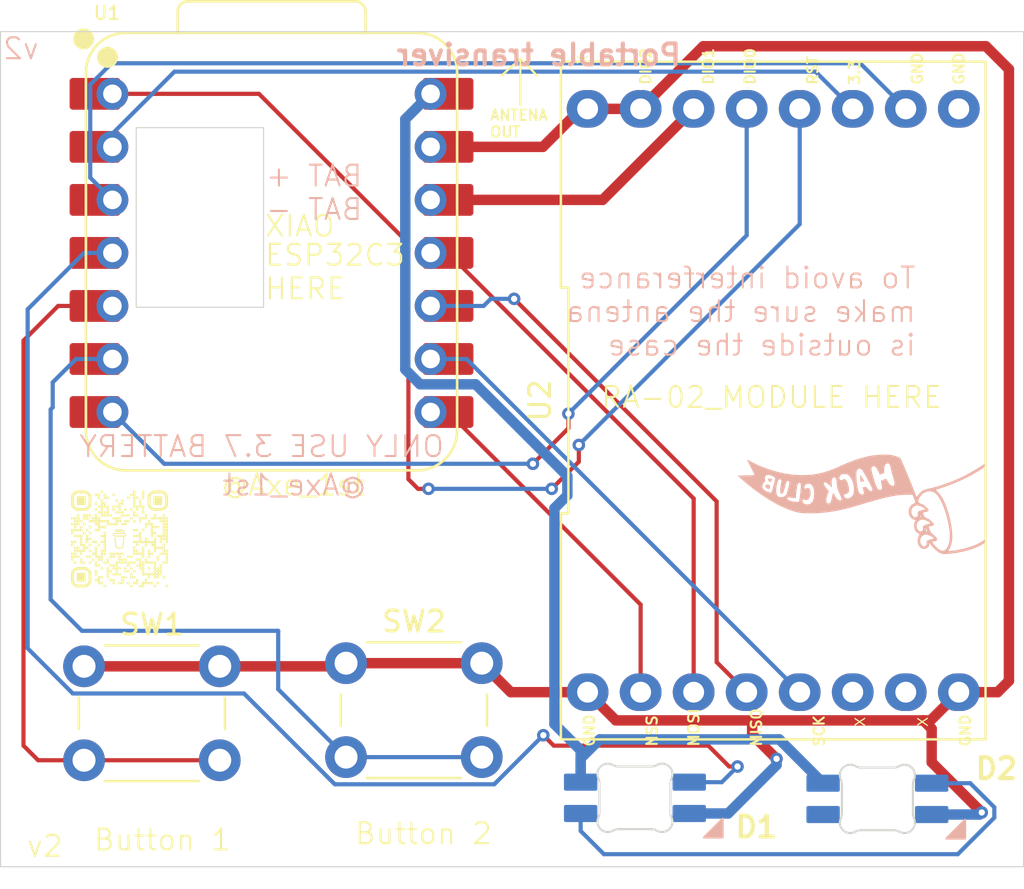
<source format=kicad_pcb>
(kicad_pcb (version 20241229) (generator "pcbnew") (generator_version "9.0")
  (layers (0 "F.Cu" signal) (2 "B.Cu" signal) (13 "F.Paste" user) (15 "B.Paste" user) (5 "F.SilkS" user "F.Silkscreen") (7 "B.SilkS" user "B.Silkscreen") (1 "F.Mask" user) (3 "B.Mask" user) (25 "Edge.Cuts" user))
  (net 0 "")
  (net 1 "GPIO5LED")
  (net 2 "GND")
  (net 3 "Net-(D1-DOUT)")
  (net 4 "+5V")
  (net 6 "PIN5")
  (net 7 "PIN6")
  (net 8 "MOSI")
  (net 9 "GPIO4")
  (net 10 "GPIO3")
  (net 11 "RX")
  (net 12 "MISO")
  (net 13 "SCK")
  (net 14 "GPIO7")
  (net 15 "GPIO2")
  (net 16 "VCC")
  (footprint "footprints:SK6812MINI-E_fixed" (layer "F.Cu") (at 164.087499 108.502842)
    (property "Reference" "D1" (at 5.812501 1.297158 0) (layer "F.SilkS") (effects (font (thickness 0.2) (bold yes))))
    (property "Value" "SK6812MINI-E")
    (fp_line (start -1.699998 0.6) (end -1.699998 -0.805684) (stroke (width 0.1)) (layer "Edge.Cuts"))
    (fp_line (start -0.794451 -1.602841) (end 0.794454 -1.602841) (stroke (width 0.1)) (layer "Edge.Cuts"))
    (fp_line (start 0.794453 1.397158) (end -0.794451 1.397158) (stroke (width 0.1)) (layer "Edge.Cuts"))
    (fp_line (start 1.7 -0.805684) (end 1.7 0.6) (stroke (width 0.1)) (layer "Edge.Cuts"))
    (fp_arc (start -1.749483 -1.022562) (mid -1.712526 -0.91691) (end -1.699998 -0.805684) (stroke (width 0.1)) (layer "Edge.Cuts"))
    (fp_arc (start -1.749483 -1.022562) (mid -1.63807 -1.606877) (end -1.04671 -1.671141) (stroke (width 0.1)) (layer "Edge.Cuts"))
    (fp_arc (start -1.699998 0.600001) (mid -1.712526 0.711226) (end -1.749483 0.816878) (stroke (width 0.1)) (layer "Edge.Cuts"))
    (fp_arc (start -1.04671 1.465455) (mid -1.638069 1.401192) (end -1.749483 0.816878) (stroke (width 0.1)) (layer "Edge.Cuts"))
    (fp_arc (start -1.046709 1.465457) (mid -0.925121 1.414535) (end -0.794451 1.397158) (stroke (width 0.1)) (layer "Edge.Cuts"))
    (fp_arc (start -0.794452 -1.602842) (mid -0.925122 -1.620219) (end -1.04671 -1.671141) (stroke (width 0.1)) (layer "Edge.Cuts"))
    (fp_arc (start 0.794453 1.397158) (mid 0.925124 1.414535) (end 1.046712 1.465457) (stroke (width 0.1)) (layer "Edge.Cuts"))
    (fp_arc (start 1.046712 -1.67114) (mid 0.925124 -1.620218) (end 0.794454 -1.602841) (stroke (width 0.1)) (layer "Edge.Cuts"))
    (fp_arc (start 1.046712 -1.67114) (mid 1.638072 -1.606876) (end 1.749485 -1.022562) (stroke (width 0.1)) (layer "Edge.Cuts"))
    (fp_arc (start 1.7 -0.805685) (mid 1.712528 -0.91691) (end 1.749485 -1.022562) (stroke (width 0.1)) (layer "Edge.Cuts"))
    (fp_arc (start 1.749485 0.816877) (mid 1.638073 1.401193) (end 1.046712 1.465457) (stroke (width 0.1)) (layer "Edge.Cuts"))
    (fp_arc (start 1.749485 0.816878) (mid 1.712528 0.711226) (end 1.7 0.6) (stroke (width 0.1)) (layer "Edge.Cuts"))
    (pad "1" smd roundrect (at -2.599999 -0.852842 270) (size 0.82 1.6) (layers "B.Cu" "B.Mask" "B.Paste") (roundrect_rratio 0.1) (net 4 "+5V"))
    (pad "2" smd roundrect (at -2.599999 0.647158 270) (size 0.82 1.6) (layers "B.Cu" "B.Mask" "B.Paste") (roundrect_rratio 0.1) (net 3 "Net-(D1-DOUT)"))
    (pad "3" smd roundrect (at 2.600001 0.647158 270) (size 0.82 1.6) (layers "B.Cu" "B.Mask" "B.Paste") (roundrect_rratio 0.1) (net 2 "GND"))
    (pad "4" smd roundrect (at 2.600001 -0.852842 270) (size 0.82 1.6) (layers "B.Cu" "B.Mask" "B.Paste") (roundrect_rratio 0.1) (net 1 "GPIO5LED"))
  )
  (footprint "Ra-02_Manual_DIP:DIP-16_1100_ELLfixed" (layer "F.Cu") (at 170.71 89.37)
    (property "Reference" "U2" (at -11.17 0 90) (layer "F.SilkS"))
    (property "Value" "~")
    (pad "1" thru_hole oval (at -8.89 -13.97) (size 2 1.8) (drill 1) (layers "*.Cu" "*.Mask") (net 2 "GND"))
    (pad "2" thru_hole oval (at -6.35 -13.97) (size 2 1.8) (drill 1) (layers "*.Cu" "*.Mask") (net 2 "GND"))
    (pad "3" thru_hole oval (at -3.81 -13.97) (size 2 1.8) (drill 1) (layers "*.Cu" "*.Mask") (net 16 "VCC"))
    (pad "4" thru_hole oval (at -1.27 -13.97) (size 2 1.8) (drill 1) (layers "*.Cu" "*.Mask") (net 14 "GPIO7"))
    (pad "5" thru_hole oval (at 1.27 -13.97) (size 2 1.8) (drill 1) (layers "*.Cu" "*.Mask") (net 15 "GPIO2"))
    (pad "6" thru_hole oval (at 3.81 -13.97) (size 2 1.8) (drill 1) (layers "*.Cu" "*.Mask") (net 10 "GPIO3"))
    (pad "7" thru_hole oval (at 6.35 -13.97) (size 2 1.8) (drill 1) (layers "*.Cu" "*.Mask") (net 9 "GPIO4"))
    (pad "8" thru_hole oval (at 8.89 -13.97) (size 2 1.8) (drill 1) (layers "*.Cu" "*.Mask"))
    (pad "9" thru_hole oval (at -8.89 13.97) (size 2 1.8) (drill 1) (layers "*.Cu" "*.Mask") (net 2 "GND"))
    (pad "10" thru_hole oval (at -6.35 13.97) (size 2 1.8) (drill 1) (layers "*.Cu" "*.Mask") (net 11 "RX"))
    (pad "11" thru_hole oval (at -3.81 13.97) (size 2 1.8) (drill 1) (layers "*.Cu" "*.Mask") (net 8 "MOSI"))
    (pad "12" thru_hole oval (at -1.27 13.97) (size 2 1.8) (drill 1) (layers "*.Cu" "*.Mask") (net 12 "MISO"))
    (pad "13" thru_hole oval (at 1.27 13.97) (size 2 1.8) (drill 1) (layers "*.Cu" "*.Mask") (net 13 "SCK"))
    (pad "14" thru_hole oval (at 3.81 13.97) (size 2 1.8) (drill 1) (layers "*.Cu" "*.Mask"))
    (pad "15" thru_hole oval (at 6.35 13.97) (size 2 1.8) (drill 1) (layers "*.Cu" "*.Mask"))
    (pad "16" thru_hole oval (at 8.89 13.97) (size 2 1.8) (drill 1) (layers "*.Cu" "*.Mask") (net 2 "GND"))
  )
  (footprint "Button_Switch_THT:SW_PUSH_6mm" (layer "F.Cu") (at 137.7 102.1)
    (property "Reference" "SW1" (at 3.25 -2 0) (layer "F.SilkS"))
    (property "Value" "SW_Push")
    (pad "1" thru_hole circle (at 0 0 90) (size 2 2) (drill 1.1) (layers "*.Cu" "*.Mask") (net 2 "GND"))
    (pad "1" thru_hole circle (at 6.5 0 90) (size 2 2) (drill 1.1) (layers "*.Cu" "*.Mask") (net 2 "GND"))
    (pad "2" thru_hole circle (at 0 4.5 90) (size 2 2) (drill 1.1) (layers "*.Cu" "*.Mask") (net 6 "PIN5"))
    (pad "2" thru_hole circle (at 6.5 4.5 90) (size 2 2) (drill 1.1) (layers "*.Cu" "*.Mask") (net 6 "PIN5"))
  )
  (footprint "Button_Switch_THT:SW_PUSH_6mm" (layer "F.Cu") (at 150.25 101.95)
    (property "Reference" "SW2" (at 3.25 -2 0) (layer "F.SilkS"))
    (property "Value" "SW_Push")
    (pad "1" thru_hole circle (at 0 0 90) (size 2 2) (drill 1.1) (layers "*.Cu" "*.Mask") (net 2 "GND"))
    (pad "1" thru_hole circle (at 6.5 0 90) (size 2 2) (drill 1.1) (layers "*.Cu" "*.Mask") (net 2 "GND"))
    (pad "2" thru_hole circle (at 0 4.5 90) (size 2 2) (drill 1.1) (layers "*.Cu" "*.Mask") (net 7 "PIN6"))
    (pad "2" thru_hole circle (at 6.5 4.5 90) (size 2 2) (drill 1.1) (layers "*.Cu" "*.Mask") (net 7 "PIN6"))
  )
  (footprint "footprints:SK6812MINI-E_fixed" (layer "F.Cu") (at 175.699999 108.552842)
    (property "Reference" "D2" (at 5.700001 -1.552842 0) (layer "F.SilkS") (effects (font (thickness 0.2) (bold yes))))
    (property "Value" "SK6812MINI-E")
    (fp_line (start -1.699998 0.6) (end -1.699998 -0.805684) (stroke (width 0.1)) (layer "Edge.Cuts"))
    (fp_line (start -0.794451 -1.602841) (end 0.794454 -1.602841) (stroke (width 0.1)) (layer "Edge.Cuts"))
    (fp_line (start 0.794453 1.397158) (end -0.794451 1.397158) (stroke (width 0.1)) (layer "Edge.Cuts"))
    (fp_line (start 1.7 -0.805684) (end 1.7 0.6) (stroke (width 0.1)) (layer "Edge.Cuts"))
    (fp_arc (start -1.749483 -1.022562) (mid -1.712526 -0.91691) (end -1.699998 -0.805684) (stroke (width 0.1)) (layer "Edge.Cuts"))
    (fp_arc (start -1.749483 -1.022562) (mid -1.63807 -1.606877) (end -1.04671 -1.671141) (stroke (width 0.1)) (layer "Edge.Cuts"))
    (fp_arc (start -1.699998 0.600001) (mid -1.712526 0.711226) (end -1.749483 0.816878) (stroke (width 0.1)) (layer "Edge.Cuts"))
    (fp_arc (start -1.04671 1.465455) (mid -1.638069 1.401192) (end -1.749483 0.816878) (stroke (width 0.1)) (layer "Edge.Cuts"))
    (fp_arc (start -1.046709 1.465457) (mid -0.925121 1.414535) (end -0.794451 1.397158) (stroke (width 0.1)) (layer "Edge.Cuts"))
    (fp_arc (start -0.794452 -1.602842) (mid -0.925122 -1.620219) (end -1.04671 -1.671141) (stroke (width 0.1)) (layer "Edge.Cuts"))
    (fp_arc (start 0.794453 1.397158) (mid 0.925124 1.414535) (end 1.046712 1.465457) (stroke (width 0.1)) (layer "Edge.Cuts"))
    (fp_arc (start 1.046712 -1.67114) (mid 0.925124 -1.620218) (end 0.794454 -1.602841) (stroke (width 0.1)) (layer "Edge.Cuts"))
    (fp_arc (start 1.046712 -1.67114) (mid 1.638072 -1.606876) (end 1.749485 -1.022562) (stroke (width 0.1)) (layer "Edge.Cuts"))
    (fp_arc (start 1.7 -0.805685) (mid 1.712528 -0.91691) (end 1.749485 -1.022562) (stroke (width 0.1)) (layer "Edge.Cuts"))
    (fp_arc (start 1.749485 0.816877) (mid 1.638073 1.401193) (end 1.046712 1.465457) (stroke (width 0.1)) (layer "Edge.Cuts"))
    (fp_arc (start 1.749485 0.816878) (mid 1.712528 0.711226) (end 1.7 0.6) (stroke (width 0.1)) (layer "Edge.Cuts"))
    (pad "1" smd roundrect (at -2.599999 -0.852842 270) (size 0.82 1.6) (layers "B.Cu" "B.Mask" "B.Paste") (roundrect_rratio 0.1) (net 4 "+5V"))
    (pad "2" smd roundrect (at -2.599999 0.647158 270) (size 0.82 1.6) (layers "B.Cu" "B.Mask" "B.Paste") (roundrect_rratio 0.1))
    (pad "3" smd roundrect (at 2.600001 0.647158 270) (size 0.82 1.6) (layers "B.Cu" "B.Mask" "B.Paste") (roundrect_rratio 0.1) (net 2 "GND"))
    (pad "4" smd roundrect (at 2.600001 -0.852842 270) (size 0.82 1.6) (layers "B.Cu" "B.Mask" "B.Paste") (roundrect_rratio 0.1) (net 3 "Net-(D1-DOUT)"))
  )
  (footprint "Seeed Studio XIAO Series Library:XIAO-ESP32C3-DIP" (layer "F.Cu") (at 146.8 82.3)
    (property "Reference" "U1" (at -8 -11.5 0) (layer "F.SilkS") (effects (font (size 0.635 0.635) (thickness 0.1016))))
    (property "Value" "XIAO-ESP32-C3-DIP")
    (pad "1" smd roundrect (at -8.575 -7.62 180) (size 2.432 1.524) (layers "F.Cu" "F.Mask") (roundrect_rratio 0.1) (net 15 "GPIO2"))
    (pad "1" thru_hole circle (at -7.74 -7.62 180) (size 1.524 1.524) (drill 0.889) (layers "*.Cu" "*.Mask") (net 15 "GPIO2"))
    (pad "2" smd roundrect (at -8.575 -5.08 180) (size 2.432 1.524) (layers "F.Cu" "F.Mask") (roundrect_rratio 0.1) (net 10 "GPIO3"))
    (pad "2" thru_hole circle (at -7.74 -5.08 180) (size 1.524 1.524) (drill 0.889) (layers "*.Cu" "*.Mask") (net 10 "GPIO3"))
    (pad "3" smd roundrect (at -8.575 -2.54 180) (size 2.432 1.524) (layers "F.Cu" "F.Mask") (roundrect_rratio 0.1) (net 9 "GPIO4"))
    (pad "3" thru_hole circle (at -7.74 -2.54 180) (size 1.524 1.524) (drill 0.889) (layers "*.Cu" "*.Mask") (net 9 "GPIO4"))
    (pad "4" smd roundrect (at -8.575 0 180) (size 2.432 1.524) (layers "F.Cu" "F.Mask") (roundrect_rratio 0.1) (net 1 "GPIO5LED"))
    (pad "4" thru_hole circle (at -7.74 0 180) (size 1.524 1.524) (drill 0.889) (layers "*.Cu" "*.Mask") (net 1 "GPIO5LED"))
    (pad "5" smd roundrect (at -8.575 2.54 180) (size 2.432 1.524) (layers "F.Cu" "F.Mask") (roundrect_rratio 0.1) (net 6 "PIN5"))
    (pad "5" thru_hole circle (at -7.74 2.54 180) (size 1.524 1.524) (drill 0.889) (layers "*.Cu" "*.Mask") (net 6 "PIN5"))
    (pad "6" smd roundrect (at -8.575 5.08 180) (size 2.432 1.524) (layers "F.Cu" "F.Mask") (roundrect_rratio 0.1) (net 7 "PIN6"))
    (pad "6" thru_hole circle (at -7.74 5.08 180) (size 1.524 1.524) (drill 0.889) (layers "*.Cu" "*.Mask") (net 7 "PIN6"))
    (pad "7" smd roundrect (at -8.575 7.62 180) (size 2.432 1.524) (layers "F.Cu" "F.Mask") (roundrect_rratio 0.1) (net 14 "GPIO7"))
    (pad "7" thru_hole circle (at -7.74 7.62 180) (size 1.524 1.524) (drill 0.889) (layers "*.Cu" "*.Mask") (net 14 "GPIO7"))
    (pad "8" thru_hole circle (at 7.5 7.62) (size 1.524 1.524) (drill 0.889) (layers "*.Cu" "*.Mask") (net 11 "RX"))
    (pad "8" smd roundrect (at 8.335 7.62) (size 2.432 1.524) (layers "F.Cu" "F.Mask") (roundrect_rratio 0.1) (net 11 "RX"))
    (pad "9" thru_hole circle (at 7.5 5.08) (size 1.524 1.524) (drill 0.889) (layers "*.Cu" "*.Mask") (net 13 "SCK"))
    (pad "9" smd roundrect (at 8.335 5.08) (size 2.432 1.524) (layers "F.Cu" "F.Mask") (roundrect_rratio 0.1) (net 13 "SCK"))
    (pad "10" thru_hole circle (at 7.5 2.54) (size 1.524 1.524) (drill 0.889) (layers "*.Cu" "*.Mask") (net 12 "MISO"))
    (pad "10" smd roundrect (at 8.335 2.54) (size 2.432 1.524) (layers "F.Cu" "F.Mask") (roundrect_rratio 0.1) (net 12 "MISO"))
    (pad "11" thru_hole circle (at 7.5 0) (size 1.524 1.524) (drill 0.889) (layers "*.Cu" "*.Mask") (net 8 "MOSI"))
    (pad "11" smd roundrect (at 8.335 0) (size 2.432 1.524) (layers "F.Cu" "F.Mask") (roundrect_rratio 0.1) (net 8 "MOSI"))
    (pad "12" thru_hole circle (at 7.5 -2.54) (size 1.524 1.524) (drill 0.889) (layers "*.Cu" "*.Mask") (net 16 "VCC"))
    (pad "12" smd roundrect (at 8.335 -2.54) (size 2.432 1.524) (layers "F.Cu" "F.Mask") (roundrect_rratio 0.1) (net 16 "VCC"))
    (pad "13" thru_hole circle (at 7.5 -5.08) (size 1.524 1.524) (drill 0.889) (layers "*.Cu" "*.Mask") (net 2 "GND"))
    (pad "13" smd roundrect (at 8.335 -5.08) (size 2.432 1.524) (layers "F.Cu" "F.Mask") (roundrect_rratio 0.1) (net 2 "GND"))
    (pad "14" thru_hole circle (at 7.5 -7.62) (size 1.524 1.524) (drill 0.889) (layers "*.Cu" "*.Mask") (net 4 "+5V"))
    (pad "14" smd roundrect (at 8.335 -7.62) (size 2.432 1.524) (layers "F.Cu" "F.Mask") (roundrect_rratio 0.1) (net 4 "+5V"))
  )
  (footprint "LOGO" (layer "F.Cu") (at 139.4 96)
    (property "Reference" "G***" (hide yes))
    (property "Value" "LOGO" (hide yes))
  )
  (footprint "LOGO" (layer "B.Cu") (at 174.91403 94.320285 180)
    (property "Reference" "G***" (hide yes))
    (property "Value" "LOGO" (hide yes))
  )
  (gr_line (start 157.7 73.8) (end 158.6 73) (stroke (width 0.1)) (layer "F.SilkS"))
  (gr_line (start 158.6 73) (end 157.7 73.8) (stroke (width 0.1)) (layer "F.SilkS"))
  (gr_line (start 158.6 73) (end 158.6 75.2) (stroke (width 0.1)) (layer "F.SilkS"))
  (gr_line (start 158.6 75.2) (end 158.6 73) (stroke (width 0.1)) (layer "F.SilkS"))
  (gr_line (start 158.6 73) (end 159.4 73.8) (stroke (width 0.1)) (layer "F.SilkS"))
  (gr_line (start 159.4 73.8) (end 158.6 73) (stroke (width 0.1)) (layer "F.SilkS"))
  (gr_rect (start 140.2 76.3) (end 146.3 84.9) (stroke (width 0.05)) (fill no) (layer "Edge.Cuts"))
  (gr_rect (start 133.7 71.7) (end 182.7 111.7) (stroke (width 0.05)) (fill no) (layer "Edge.Cuts"))
  (gr_text "ESP32C3\nHERE\n" (at 146.3 84.6 0) (layer "F.SilkS") (effects (font (size 1 1) (thickness 0.1)) (justify left bottom)))
  (gr_text "DIO1" (at 167.9 74.3 90) (layer "F.SilkS") (effects (font (size 0.5 0.5) (thickness 0.1)) (justify left bottom)))
  (gr_text "GND\n" (at 179.9 74.3 90) (layer "F.SilkS") (effects (font (size 0.5 0.5) (thickness 0.1)) (justify left bottom)))
  (gr_text "SCK\n" (at 173.2 106 90) (layer "F.SilkS") (effects (font (size 0.5 0.5) (thickness 0.1)) (justify left bottom)))
  (gr_text "MISO\n" (at 170.2 106 90) (layer "F.SilkS") (effects (font (size 0.5 0.5) (thickness 0.1)) (justify left bottom)))
  (gr_text "GND\n" (at 177.9 74.3 90) (layer "F.SilkS") (effects (font (size 0.5 0.5) (thickness 0.1)) (justify left bottom)))
  (gr_text "Button 1\n" (at 138.1 111 0) (layer "F.SilkS") (effects (font (size 1 1) (thickness 0.1)) (justify left bottom)))
  (gr_text "XIAO" (at 146.3 81.6 0) (layer "F.SilkS") (effects (font (size 1 1) (thickness 0.1)) (justify left bottom)))
  (gr_text "MOSI" (at 167.2 106 90) (layer "F.SilkS") (effects (font (size 0.5 0.5) (thickness 0.1)) (justify left bottom)))
  (gr_text "X" (at 175.2 105 90) (layer "F.SilkS") (effects (font (size 0.5 0.5) (thickness 0.1)) (justify left bottom)))
  (gr_text "ANTENA\nOUT" (at 157.1 76.8 0) (layer "F.SilkS") (effects (font (size 0.5 0.5) (thickness 0.1)) (justify left bottom)))
  (gr_text "DIO2\n" (at 164.9 74.3 90) (layer "F.SilkS") (effects (font (size 0.5 0.5) (thickness 0.1)) (justify left bottom)))
  (gr_text "NSS\n" (at 165.2 106 90) (layer "F.SilkS") (effects (font (size 0.5 0.5) (thickness 0.1)) (justify left bottom)))
  (gr_text "@Axe_1st" (at 144.2 94 0) (layer "F.SilkS") (effects (font (size 1 1) (thickness 0.1)) (justify left bottom)))
  (gr_text "RA-02_MODULE HERE" (at 162.4 89.8 0) (layer "F.SilkS") (effects (font (size 1 1) (thickness 0.1)) (justify left bottom)))
  (gr_text "X" (at 161.9 73.3 90) (layer "F.SilkS") (effects (font (size 0.5 0.5) (thickness 0.1)) (justify left bottom)))
  (gr_text "GND" (at 162.2 106 90) (layer "F.SilkS") (effects (font (size 0.5 0.5) (thickness 0.1)) (justify left bottom)))
  (gr_text "Button 2\n" (at 150.6 110.7 0) (layer "F.SilkS") (effects (font (size 1 1) (thickness 0.1)) (justify left bottom)))
  (gr_text "X" (at 178.2 105 90) (layer "F.SilkS") (effects (font (size 0.5 0.5) (thickness 0.1)) (justify left bottom)))
  (gr_text "v2" (at 134.9 111.3 0) (layer "F.SilkS") (effects (font (size 1 1) (thickness 0.1)) (justify left bottom)))
  (gr_text "GND" (at 180.2 106 90) (layer "F.SilkS") (effects (font (size 0.5 0.5) (thickness 0.1)) (justify left bottom)))
  (gr_text "RST" (at 172.9 74.3 90) (layer "F.SilkS") (effects (font (size 0.5 0.5) (thickness 0.1)) (justify left bottom)))
  (gr_text "DIO0" (at 169.9 74.3 90) (layer "F.SilkS") (effects (font (size 0.5 0.5) (thickness 0.1)) (justify left bottom)))
  (gr_text "3.3" (at 174.9 74.3 90) (layer "F.SilkS") (effects (font (size 0.5 0.5) (thickness 0.1)) (justify left bottom)))
  (gr_text "Portable transiver" (at 166.4 73.4 0) (layer "B.SilkS") (effects (font (size 1 1) (thickness 0.2) (bold yes)) (justify left bottom mirror)))
  (gr_text "ONLY USE 3.7 BATTERY" (at 155.012038 92.156038 0) (layer "B.SilkS") (effects (font (size 1 1) (thickness 0.1)) (justify left bottom mirror)))
  (gr_text "v2" (at 135.6 73.1 -0) (layer "B.SilkS") (effects (font (size 1 1) (thickness 0.1)) (justify left bottom mirror)))
  (gr_text "BAT +" (at 151.1 79.2 0) (layer "B.SilkS") (effects (font (size 1 1) (thickness 0.1)) (justify left bottom mirror)))
  (gr_text "To avoid interferance\nmake sure the antena\nis outside the case" (at 177.6 87.3 0) (layer "B.SilkS") (effects (font (size 1 1) (thickness 0.1)) (justify left bottom mirror)))
  (gr_text "@Axe_1st" (at 151.3 94 -0) (layer "B.SilkS") (effects (font (size 1 1) (thickness 0.1)) (justify left bottom mirror)))
  (gr_text "BAT -		" (at 151.1 80.8 0) (layer "B.SilkS") (effects (font (size 1 1) (thickness 0.1)) (justify left bottom mirror)))
  (segment (start 167.6 105.9) (end 160.2 105.9) (width 0.2) (layer "F.Cu") (net 1))
  (segment (start 169 106.9) (end 168.6 106.9) (width 0.2) (layer "F.Cu") (net 1))
  (segment (start 160.2 105.9) (end 159.7 105.4) (width 0.2) (layer "F.Cu") (net 1))
  (segment (start 168.6 106.9) (end 167.6 105.9) (width 0.2) (layer "F.Cu") (net 1))
  (via (at 159.7 105.4) (size 0.6) (drill 0.3) (layers "F.Cu" "B.Cu") (net 1))
  (via (at 169 106.9) (size 0.6) (drill 0.3) (layers "F.Cu" "B.Cu") (net 1))
  (segment (start 159.7 105.4) (end 157.349 107.751) (width 0.2) (layer "B.Cu") (net 1))
  (segment (start 135 101.239892) (end 135 85) (width 0.2) (layer "B.Cu") (net 1))
  (segment (start 137.7 82.3) (end 139.06 82.3) (width 0.2) (layer "B.Cu") (net 1))
  (segment (start 145.361108 103.401) (end 137.161108 103.401) (width 0.2) (layer "B.Cu") (net 1))
  (segment (start 168.25 107.65) (end 169 106.9) (width 0.2) (layer "B.Cu") (net 1))
  (segment (start 137.161108 103.401) (end 135 101.239892) (width 0.2) (layer "B.Cu") (net 1))
  (segment (start 135 85) (end 137.7 82.3) (width 0.2) (layer "B.Cu") (net 1))
  (segment (start 149.711108 107.751) (end 145.361108 103.401) (width 0.2) (layer "B.Cu") (net 1))
  (segment (start 157.349 107.751) (end 149.711108 107.751) (width 0.2) (layer "B.Cu") (net 1))
  (segment (start 166.6875 107.65) (end 168.25 107.65) (width 0.2) (layer "B.Cu") (net 1))
  (segment (start 180.9 72.4) (end 167.36 72.4) (width 0.5) (layer "F.Cu") (net 2))
  (segment (start 137.7 102.1) (end 144.2 102.1) (width 0.5) (layer "F.Cu") (net 2))
  (segment (start 167.36 72.4) (end 164.36 75.4) (width 0.5) (layer "F.Cu") (net 2))
  (segment (start 182 102.8) (end 182 73.5) (width 0.5) (layer "F.Cu") (net 2))
  (segment (start 156.75 101.95) (end 158.14 103.34) (width 0.5) (layer "F.Cu") (net 2))
  (segment (start 178.3 106.7) (end 178.3 105.091) (width 0.5) (layer "F.Cu") (net 2))
  (segment (start 161.5 75.4) (end 159.68 77.22) (width 0.5) (layer "F.Cu") (net 2))
  (segment (start 178.249 104.691) (end 177.9 104.691) (width 0.5) (layer "F.Cu") (net 2))
  (segment (start 150.25 101.95) (end 156.75 101.95) (width 0.5) (layer "F.Cu") (net 2))
  (segment (start 169.7 104.691) (end 163.171 104.691) (width 0.5) (layer "F.Cu") (net 2))
  (segment (start 181.46 103.34) (end 182 102.8) (width 0.5) (layer "F.Cu") (net 2))
  (segment (start 169.7 105.360662) (end 169.7 104.691) (width 0.5) (layer "F.Cu") (net 2))
  (segment (start 159.68 77.22) (end 155.135 77.22) (width 0.5) (layer "F.Cu") (net 2))
  (segment (start 179.6 103.34) (end 178.249 104.691) (width 0.5) (layer "F.Cu") (net 2))
  (segment (start 178.3 105.091) (end 177.9 104.691) (width 0.5) (layer "F.Cu") (net 2))
  (segment (start 170.869669 106.530331) (end 169.7 105.360662) (width 0.5) (layer "F.Cu") (net 2))
  (segment (start 182 73.5) (end 180.9 72.4) (width 0.5) (layer "F.Cu") (net 2))
  (segment (start 161.82 75.4) (end 161.5 75.4) (width 0.5) (layer "F.Cu") (net 2))
  (segment (start 158.14 103.34) (end 161.82 103.34) (width 0.5) (layer "F.Cu") (net 2))
  (segment (start 177.9 104.691) (end 169.7 104.691) (width 0.5) (layer "F.Cu") (net 2))
  (segment (start 144.2 102.1) (end 150.1 102.1) (width 0.5) (layer "F.Cu") (net 2))
  (segment (start 164.36 75.4) (end 161.82 75.4) (width 0.5) (layer "F.Cu") (net 2))
  (segment (start 150.1 102.1) (end 150.25 101.95) (width 0.5) (layer "F.Cu") (net 2))
  (segment (start 163.171 104.691) (end 161.82 103.34) (width 0.5) (layer "F.Cu") (net 2))
  (segment (start 180.7 109.1) (end 178.3 106.7) (width 0.5) (layer "F.Cu") (net 2))
  (segment (start 179.6 103.34) (end 181.46 103.34) (width 0.5) (layer "F.Cu") (net 2))
  (via (at 170.869669 106.530331) (size 0.6) (drill 0.3) (layers "F.Cu" "B.Cu") (net 2))
  (via (at 180.7 109.1) (size 0.6) (drill 0.3) (layers "F.Cu" "B.Cu") (net 2))
  (segment (start 170.869669 106.530331) (end 170.869669 106.830331) (width 0.5) (layer "B.Cu") (net 2))
  (segment (start 178.3 109.2) (end 180.6 109.2) (width 0.5) (layer "B.Cu") (net 2))
  (segment (start 168.55 109.15) (end 166.6875 109.15) (width 0.5) (layer "B.Cu") (net 2))
  (segment (start 170.869669 106.830331) (end 168.55 109.15) (width 0.5) (layer "B.Cu") (net 2))
  (segment (start 180.6 109.2) (end 180.7 109.1) (width 0.5) (layer "B.Cu") (net 2))
  (segment (start 181.301 109.348943) (end 181.301 108.851057) (width 0.2) (layer "B.Cu") (net 3))
  (segment (start 162.6 111.099) (end 179.550943 111.099) (width 0.2) (layer "B.Cu") (net 3))
  (segment (start 179.550943 111.099) (end 181.301 109.348943) (width 0.2) (layer "B.Cu") (net 3))
  (segment (start 181.301 108.851057) (end 180.149943 107.7) (width 0.2) (layer "B.Cu") (net 3))
  (segment (start 180.149943 107.7) (end 178.3 107.7) (width 0.2) (layer "B.Cu") (net 3))
  (segment (start 161.4875 109.15) (end 161.4875 109.9865) (width 0.2) (layer "B.Cu") (net 3))
  (segment (start 161.4875 109.9865) (end 162.6 111.099) (width 0.2) (layer "B.Cu") (net 3))
  (segment (start 161.4875 106.5125) (end 161.4875 107.65) (width 0.5) (layer "B.Cu") (net 4))
  (segment (start 160.851 93.911075) (end 160.231038 94.531037) (width 0.5) (layer "B.Cu") (net 4))
  (segment (start 162.4 105.6) (end 161.4875 106.5125) (width 0.5) (layer "B.Cu") (net 4))
  (segment (start 156.453768 88.593) (end 160.851 92.990232) (width 0.5) (layer "B.Cu") (net 4))
  (segment (start 171 105.6) (end 162.4 105.6) (width 0.5) (layer "B.Cu") (net 4))
  (segment (start 154.3 74.68) (end 153.087 75.893) (width 0.5) (layer "B.Cu") (net 4))
  (segment (start 160.231038 104.868963) (end 161.4875 106.125425) (width 0.5) (layer "B.Cu") (net 4))
  (segment (start 160.851 92.990232) (end 160.851 93.911075) (width 0.5) (layer "B.Cu") (net 4))
  (segment (start 153.087 87.882442) (end 153.797558 88.593) (width 0.5) (layer "B.Cu") (net 4))
  (segment (start 160.231038 94.531037) (end 160.231038 104.868963) (width 0.5) (layer "B.Cu") (net 4))
  (segment (start 153.797558 88.593) (end 156.453768 88.593) (width 0.5) (layer "B.Cu") (net 4))
  (segment (start 173.1 107.7) (end 171 105.6) (width 0.5) (layer "B.Cu") (net 4))
  (segment (start 161.4875 106.125425) (end 161.4875 107.65) (width 0.5) (layer "B.Cu") (net 4))
  (segment (start 153.087 75.893) (end 153.087 87.882442) (width 0.5) (layer "B.Cu") (net 4))
  (segment (start 135.5 106.6) (end 134.8 105.9) (width 0.2) (layer "F.Cu") (net 6))
  (segment (start 136.46 84.84) (end 138.225 84.84) (width 0.2) (layer "F.Cu") (net 6))
  (segment (start 137.7 106.6) (end 135.5 106.6) (width 0.2) (layer "F.Cu") (net 6))
  (segment (start 134.8 105.9) (end 134.8 86.5) (width 0.2) (layer "F.Cu") (net 6))
  (segment (start 144.2 106.6) (end 137.7 106.6) (width 0.2) (layer "F.Cu") (net 6))
  (segment (start 134.8 86.5) (end 136.46 84.84) (width 0.2) (layer "F.Cu") (net 6))
  (segment (start 150.25 106.45) (end 147 103.2) (width 0.2) (layer "B.Cu") (net 7))
  (segment (start 156.75 106.45) (end 150.25 106.45) (width 0.2) (layer "B.Cu") (net 7))
  (segment (start 137.6 100.4) (end 136.1 98.9) (width 0.2) (layer "B.Cu") (net 7))
  (segment (start 136.2 88.5) (end 137.32 87.38) (width 0.2) (layer "B.Cu") (net 7))
  (segment (start 136.2 89.7) (end 136.2 88.5) (width 0.2) (layer "B.Cu") (net 7))
  (segment (start 147 100.4) (end 137.6 100.4) (width 0.2) (layer "B.Cu") (net 7))
  (segment (start 136.1 89.8) (end 136.2 89.7) (width 0.2) (layer "B.Cu") (net 7))
  (segment (start 147 103.2) (end 147 100.4) (width 0.2) (layer "B.Cu") (net 7))
  (segment (start 137.32 87.38) (end 139.06 87.38) (width 0.2) (layer "B.Cu") (net 7))
  (segment (start 136.1 98.9) (end 136.1 89.8) (width 0.2) (layer "B.Cu") (net 7))
  (segment (start 166.9 94.065) (end 155.135 82.3) (width 0.2) (layer "F.Cu") (net 8))
  (segment (start 166.9 103.34) (end 166.9 94.065) (width 0.2) (layer "F.Cu") (net 8))
  (segment (start 139.06 79.76) (end 137.997 78.697) (width 0.2) (layer "B.Cu") (net 9))
  (segment (start 139.02069 73.216) (end 174.876 73.216) (width 0.2) (layer "B.Cu") (net 9))
  (segment (start 137.997 78.697) (end 137.997 74.23969) (width 0.2) (layer "B.Cu") (net 9))
  (segment (start 137.997 74.23969) (end 139.02069 73.216) (width 0.2) (layer "B.Cu") (net 9))
  (segment (start 174.876 73.216) (end 177.06 75.4) (width 0.2) (layer "B.Cu") (net 9))
  (segment (start 142.033058 73.617) (end 139.06 76.590058) (width 0.2) (layer "B.Cu") (net 10))
  (segment (start 172.737 73.617) (end 142.033058 73.617) (width 0.2) (layer "B.Cu") (net 10))
  (segment (start 174.52 75.4) (end 172.737 73.617) (width 0.2) (layer "B.Cu") (net 10))
  (segment (start 139.06 76.590058) (end 139.06 77.22) (width 0.2) (layer "B.Cu") (net 10))
  (segment (start 164.36 99.145) (end 155.135 89.92) (width 0.2) (layer "F.Cu") (net 11))
  (segment (start 164.36 103.34) (end 164.36 99.145) (width 0.2) (layer "F.Cu") (net 11))
  (segment (start 168 94.2) (end 168 101.9) (width 0.2) (layer "F.Cu") (net 12))
  (segment (start 158.3 84.5) (end 168 94.2) (width 0.2) (layer "F.Cu") (net 12))
  (segment (start 168 101.9) (end 169.44 103.34) (width 0.2) (layer "F.Cu") (net 12))
  (via (at 158.3 84.5) (size 0.6) (drill 0.3) (layers "F.Cu" "B.Cu") (net 12))
  (segment (start 157.18 84.5) (end 156.84 84.84) (width 0.2) (layer "B.Cu") (net 12))
  (segment (start 156.84 84.84) (end 154.3 84.84) (width 0.2) (layer "B.Cu") (net 12))
  (segment (start 158.3 84.5) (end 157.18 84.5) (width 0.2) (layer "B.Cu") (net 12))
  (segment (start 156.02 87.38) (end 171.98 103.34) (width 0.2) (layer "B.Cu") (net 13))
  (segment (start 154.3 87.38) (end 156.02 87.38) (width 0.2) (layer "B.Cu") (net 13))
  (segment (start 160.9 90) (end 160.9 90.7) (width 0.2) (layer "F.Cu") (net 14))
  (segment (start 160.9 90.7) (end 159.2 92.4) (width 0.2) (layer "F.Cu") (net 14))
  (via (at 160.9 90) (size 0.6) (drill 0.3) (layers "F.Cu" "B.Cu") (net 14))
  (via (at 159.2 92.4) (size 0.6) (drill 0.3) (layers "F.Cu" "B.Cu") (net 14))
  (segment (start 141.54 92.4) (end 139.06 89.92) (width 0.2) (layer "B.Cu") (net 14))
  (segment (start 159.2 92.4) (end 141.54 92.4) (width 0.2) (layer "B.Cu") (net 14))
  (segment (start 169.44 75.4) (end 169.44 81.46) (width 0.2) (layer "B.Cu") (net 14))
  (segment (start 169.44 81.46) (end 160.9 90) (width 0.2) (layer "B.Cu") (net 14))
  (segment (start 161.4 91.5) (end 161.4 92.3) (width 0.2) (layer "F.Cu") (net 15))
  (segment (start 146.08 74.68) (end 138.225 74.68) (width 0.2) (layer "F.Cu") (net 15))
  (segment (start 153.237 81.837) (end 146.08 74.68) (width 0.2) (layer "F.Cu") (net 15))
  (segment (start 161.4 92.3) (end 160.1 93.6) (width 0.2) (layer "F.Cu") (net 15))
  (segment (start 153.7 93.6) (end 153.237 93.137) (width 0.2) (layer "F.Cu") (net 15))
  (segment (start 154.2 93.6) (end 153.7 93.6) (width 0.2) (layer "F.Cu") (net 15))
  (segment (start 153.237 93.137) (end 153.237 81.837) (width 0.2) (layer "F.Cu") (net 15))
  (via (at 160.1 93.6) (size 0.6) (drill 0.3) (layers "F.Cu" "B.Cu") (net 15))
  (via (at 161.4 91.5) (size 0.6) (drill 0.3) (layers "F.Cu" "B.Cu") (net 15))
  (via (at 154.2 93.6) (size 0.6) (drill 0.3) (layers "F.Cu" "B.Cu") (net 15))
  (segment (start 171.98 75.4) (end 171.98 80.92) (width 0.2) (layer "B.Cu") (net 15))
  (segment (start 171.98 80.92) (end 161.4 91.5) (width 0.2) (layer "B.Cu") (net 15))
  (segment (start 154.2 93.6) (end 160.1 93.6) (width 0.2) (layer "B.Cu") (net 15))
  (segment (start 166.9 75.4) (end 162.54 79.76) (width 0.5) (layer "F.Cu") (net 16))
  (segment (start 162.54 79.76) (end 154.3 79.76) (width 0.5) (layer "F.Cu") (net 16))
)
</source>
